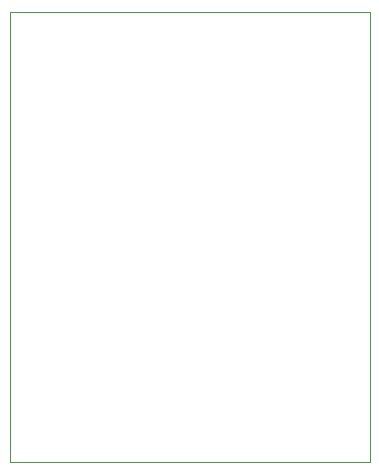
<source format=gbr>
%TF.GenerationSoftware,KiCad,Pcbnew,(7.0.0)*%
%TF.CreationDate,2023-03-09T18:05:20+01:00*%
%TF.ProjectId,JoystickAdapter,4a6f7973-7469-4636-9b41-646170746572,1.0*%
%TF.SameCoordinates,Original*%
%TF.FileFunction,Profile,NP*%
%FSLAX46Y46*%
G04 Gerber Fmt 4.6, Leading zero omitted, Abs format (unit mm)*
G04 Created by KiCad (PCBNEW (7.0.0)) date 2023-03-09 18:05:20*
%MOMM*%
%LPD*%
G01*
G04 APERTURE LIST*
%TA.AperFunction,Profile*%
%ADD10C,0.100000*%
%TD*%
G04 APERTURE END LIST*
D10*
X101600000Y-81280000D02*
X132080000Y-81280000D01*
X132080000Y-81280000D02*
X132080000Y-119380000D01*
X132080000Y-119380000D02*
X101600000Y-119380000D01*
X101600000Y-119380000D02*
X101600000Y-81280000D01*
M02*

</source>
